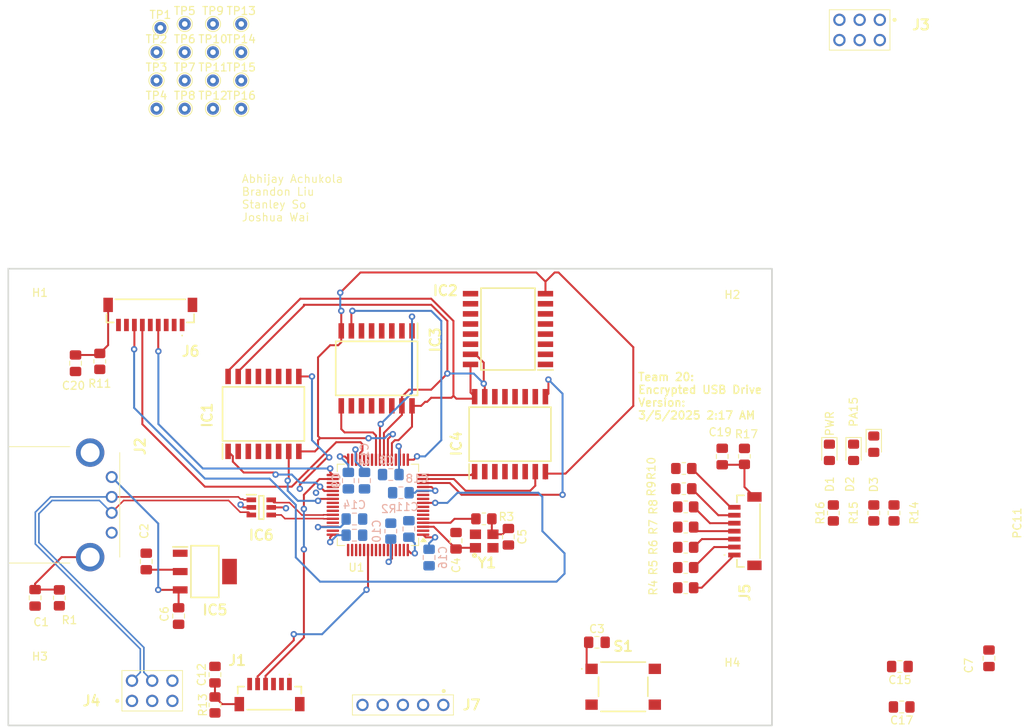
<source format=kicad_pcb>
(kicad_pcb (version 20240108) (generator "pcbnew") (generator_version "8.0")
  (layers (0 "F.Cu" signal) (31 "B.Cu" signal) (34 "B.Paste" user) (35 "F.Paste" user) (36 "B.SilkS" user "B.Silkscreen") (37 "F.SilkS" user "F.Silkscreen") (38 "B.Mask" user) (39 "F.Mask" user) (44 "Edge.Cuts" user))
  (net 0 "")
  (net 1 "GND")
  (net 2 "nRST")
  (net 3 "PC6{slash}HOLD1")
  (net 4 "PC2{slash}WP1")
  (net 5 "PA6{slash}MISO")
  (net 6 "PB5{slash}KeyR4")
  (net 7 "PB6{slash}KeyC1")
  (net 8 "PC3{slash}WP2")
  (net 11 "Net-(C12-Pad1)")
  (net 13 "PB7{slash}KeyC2")
  (net 15 "PC7{slash}HOLD2")
  (net 16 "PB8{slash}KeyC3")
  (net 19 "PC4{slash}WP3")
  (net 23 "PA7{slash}MOSI")
  (net 24 "PC9{slash}HOLD3")
  (net 25 "PA5{slash}SCK")
  (net 26 "PC5{slash}WP4")
  (net 28 "PC10{slash}HOLD4")
  (net 29 "+5V")
  (net 30 "PA2{slash}CS3")
  (net 31 "PA3{slash}CS4")
  (net 32 "PA1{slash}CS2")
  (net 33 "PA0{slash}CS1")
  (net 34 "PB0{slash}KeyR1")
  (net 35 "PB1{slash}KeyR2")
  (net 36 "PB2{slash}KeyR3")
  (net 37 "PA9{slash}Debug")
  (net 38 "PA13{slash}SWDIO")
  (net 39 "PA14{slash}SWCLK")
  (net 41 "PB10{slash}LCD SCK")
  (net 42 "PC1{slash}LCD MOSI")
  (net 43 "PB12{slash}LCD NSS")
  (net 44 "PC14{slash}OSC IN")
  (net 45 "PC15{slash}OSC OUT")
  (net 46 "Net-(C1-Pad1)")
  (net 80 "Net-(U1-BOOT0)")
  (net 81 "PB13{slash}FP TX")
  (net 82 "PD2{slash}FP RX")
  (net 84 "VBAT")
  (net 85 "Net-(Y1-XTAL_2)")
  (net 86 "VCAP1")
  (net 87 "VCAP2")
  (net 88 "Net-(D1-A)")
  (net 89 "Net-(D2-A)")
  (net 91 "Net-(D3-A)")
  (net 92 "PC11{slash}Debug")
  (net 94 "Net-(C19-Pad1)")
  (net 95 "PC0{slash}Touch Out")
  (net 96 "Net-(J5-Pad1)")
  (net 97 "Net-(J5-Pad3)")
  (net 98 "Net-(J5-Pad6)")
  (net 99 "Net-(J5-Pad7)")
  (net 100 "Net-(J5-Pad4)")
  (net 101 "Net-(J5-Pad5)")
  (net 102 "Net-(J5-Pad2)")
  (net 104 "Net-(C20-Pad1)")
  (net 107 "D+")
  (net 108 "D-")
  (net 110 "USB+")
  (net 111 "USB-")
  (net 112 "PC4{slash}HOLD3")
  (net 113 "PC5{slash}WP3")
  (net 114 "PC7{slash}WP1")
  (net 115 "PC2{slash}HOLD2")
  (net 116 "PC9{slash}CS1")
  (net 117 "PA0{slash}WP4")
  (net 118 "PA3{slash}CS3")
  (net 119 "PC10{slash}CS2")
  (net 120 "PA1{slash}CS4")
  (net 121 "PA2{slash}HOLD4")
  (footprint "TestPoint:TestPoint_THTPad_D1.5mm_Drill0.7mm" (layer "F.Cu") (at 166.63 46.24)
    (property "Reference" "TP9")
    (property "Value" "TestPoint")
  )
  (footprint "Resistor_SMD:R_0805_2012Metric_Pad1.20x1.40mm_HandSolder" (layer "F.Cu") (at 226.044 106.934)
    (property "Reference" "R8")
    (property "Value" "1k" (hide yes))
  )
  (footprint "MountingHole:MountingHole_3.2mm_M3_DIN965" (layer "F.Cu") (at 144.875 129.54)
    (property "Reference" "H3")
    (property "Value" "MountingHole" (hide yes))
  )
  (footprint "Capacitor_SMD:C_0805_2012Metric_Pad1.18x1.45mm_HandSolder" (layer "F.Cu") (at 214.884 123.952)
    (property "Reference" "C3")
    (property "Value" "0.1u" (hide yes))
  )
  (footprint "MountingHole:MountingHole_3.2mm_M3_DIN965" (layer "F.Cu") (at 231.902 130.302)
    (property "Reference" "H4")
    (property "Value" "MountingHole" (hide yes))
  )
  (footprint "Capacitor_SMD:C_0805_2012Metric_Pad1.18x1.45mm_HandSolder" (layer "F.Cu") (at 252.9625 127 180)
    (property "Reference" "C15")
    (property "Value" "1u" (hide yes))
  )
  (footprint "Capacitor_SMD:C_0805_2012Metric_Pad1.18x1.45mm_HandSolder" (layer "F.Cu") (at 166.878 128.016 90)
    (property "Reference" "C12")
    (property "Value" "2.2n" (hide yes))
  )
  (footprint "Resistor_SMD:R_0805_2012Metric_Pad1.20x1.40mm_HandSolder" (layer "F.Cu") (at 225.806 104.648 180)
    (property "Reference" "R9")
    (property "Value" "1k" (hide yes))
  )
  (footprint "Capacitor_SMD:C_0805_2012Metric_Pad1.18x1.45mm_HandSolder" (layer "F.Cu") (at 197.176 111.1885 90)
    (property "Reference" "C4")
    (property "Value" "10p" (hide yes))
  )
  (footprint "TestPoint:TestPoint_THTPad_D1.5mm_Drill0.7mm" (layer "F.Cu") (at 166.63 53.34)
    (property "Reference" "TP11")
    (property "Value" "TestPoint")
  )
  (footprint "CustomFootprints:custom1" (layer "F.Cu") (at 156.45 131.318)
    (property "Reference" "J4")
    (property "Value" "TSW-103-14-S-D" (hide yes))
  )
  (footprint "Resistor_SMD:R_0805_2012Metric_Pad1.20x1.40mm_HandSolder" (layer "F.Cu") (at 233.426 100.584 90)
    (property "Reference" "R17")
    (property "Value" "1M" (hide yes))
  )
  (footprint "Resistor_SMD:R_0805_2012Metric_Pad1.20x1.40mm_HandSolder" (layer "F.Cu") (at 244.602 107.696 90)
    (property "Reference" "R16")
    (property "Value" "220" (hide yes))
  )
  (footprint "CustomFootprints:SOIC127P1032X264-16N" (layer "F.Cu") (at 203.962 97.79 90)
    (property "Reference" "IC4")
    (property "Value" "W25N01GVSFIG" (hide yes))
  )
  (footprint "CustomFootprints:custom1" (layer "F.Cu") (at 250.444 45.72 180)
    (property "Reference" "J3")
    (property "Value" "TSW-103-14-S-D" (hide yes))
  )
  (footprint "CustomFootprints:63643722" (layer "F.Cu") (at 153.9 103.18 -90)
    (property "Reference" "J2")
    (property "Value" "6364372-2" (hide yes))
  )
  (footprint "Resistor_SMD:R_0805_2012Metric_Pad1.20x1.40mm_HandSolder" (layer "F.Cu") (at 226.044 114.554 180)
    (property "Reference" "R5")
    (property "Value" "1k" (hide yes))
  )
  (footprint "LED_SMD:LED_0805_2012Metric_Pad1.15x1.40mm_HandSolder" (layer "F.Cu") (at 244.102 100.076 -90)
    (property "Reference" "D1")
    (property "Value" "LED" (hide yes))
  )
  (footprint "CustomFootprints:TSW-105-XX-YY-S" (layer "F.Cu") (at 195.58 131.826 180)
    (property "Reference" "J7")
    (property "Value" "TSW-105-05-F-S" (hide yes))
  )
  (footprint "TestPoint:TestPoint_THTPad_D1.5mm_Drill0.7mm" (layer "F.Cu") (at 170.18 53.34)
    (property "Reference" "TP15")
    (property "Value" "TestPoint")
  )
  (footprint "TestPoint:TestPoint_THTPad_D1.5mm_Drill0.7mm" (layer "F.Cu") (at 170.18 56.89)
    (property "Reference" "TP16")
    (property "Value" "TestPoint")
  )
  (footprint "TestPoint:TestPoint_THTPad_D1.5mm_Drill0.7mm" (layer "F.Cu") (at 159.53 49.79)
    (property "Reference" "TP2")
    (property "Value" "TestPoint")
  )
  (footprint "TestPoint:TestPoint_THTPad_D1.5mm_Drill0.7mm" (layer "F.Cu") (at 163.08 46.24)
    (property "Reference" "TP5")
    (property "Value" "TestPoint")
  )
  (footprint "CustomFootprints:SOIC127P1032X264-16N" (layer "F.Cu") (at 203.708 84.582 180)
    (property "Reference" "IC2")
    (property "Value" "W25N01GVSFIG" (hide yes))
  )
  (footprint "CustomFootprints:BM06BSRSSTBTLFSN" (layer "F.Cu") (at 173.736 130.81 180)
    (property "Reference" "J1")
    (property "Value" "BM06B-SRSS-TBT_LF__SN_" (hide yes))
  )
  (footprint "Resistor_SMD:R_0805_2012Metric_Pad1.20x1.40mm_HandSolder" (layer "F.Cu") (at 226.044 112.014 180)
    (property "Reference" "R6")
    (property "Value" "1k" (hide yes))
  )
  (footprint "CustomFootprints:SOT230P700X180-4N" (layer "F.Cu") (at 165.608 115.062)
    (property "Reference" "IC5")
    (property "Value" "AZ1117IH-3.3TRG1" (hide yes))
  )
  (footprint "CustomFootprints:SOIC127P1032X264-16N" (layer "F.Cu") (at 187.198 89.524 -90)
    (property "Reference" "IC3")
    (property "Value" "W25N01GVSFIG" (hide yes))
  )
  (footprint "Capacitor_SMD:C_0805_2012Metric_Pad1.18x1.45mm_HandSolder" (layer "F.Cu") (at 230.632 100.602 90)
    (property "Reference" "C19")
    (property "Value" "2.2n" (hide yes))
  )
  (footprint "Resistor_SMD:R_0805_2012Metric_Pad1.20x1.40mm_HandSolder" (layer "F.Cu") (at 166.878 131.826 -90)
    (property "Reference" "R13")
    (property "Value" "1M" (hide yes))
  )
  (footprint "Capacitor_SMD:C_0805_2012Metric_Pad1.18x1.45mm_HandSolder" (layer "F.Cu") (at 253.1875 132.08 180)
    (property "Reference" "C17")
    (property "Value" "1u" (hide yes))
  )
  (footprint "Package_QFP:LQFP-64_10x10mm_P0.5mm" (layer "F.Cu") (at 187.365 106.68 180)
    (property "Reference" "U1")
    (property "Value" "STM32H7A3RGTx" (hide yes))
  )
  (footprint "Capacitor_SMD:C_0805_2012Metric_Pad1.18x1.45mm_HandSolder" (layer "F.Cu") (at 162.306 120.65 -90)
    (property "Reference" "C6")
    (property "Value" "10u" (hide yes))
  )
  (footprint "LED_SMD:LED_0805_2012Metric_Pad1.15x1.40mm_HandSolder" (layer "F.Cu") (at 249.682 99.051 -90)
    (property "Reference" "D3")
    (property "Value" "LED" (hide yes))
  )
  (footprint "Resistor_SMD:R_0805_2012Metric_Pad1.20x1.40mm_HandSolder" (layer "F.Cu") (at 249.682 107.696 90)
    (property "Reference" "R15")
    (property "Value" "220" (hide yes))
  )
  (footprint "TestPoint:TestPoint_THTPad_D1.5mm_Drill0.7mm" (layer "F.Cu") (at 160.02 46.73)
    (property "Reference" "TP1")
    (property "Value" "TestPoint")
  )
  (footprint "TestPoint:TestPoint_THTPad_D1.5mm_Drill0.7mm" (layer "F.Cu") (at 170.18 49.79)
    (property "Reference" "TP14")
    (property "Value" "TestPoint")
  )
  (footprint "Resistor_SMD:R_0805_2012Metric_Pad1.20x1.40mm_HandSolder" (layer "F.Cu") (at 152.4 88.646 -90)
    (property "Reference" "R11")
    (property "Value" "1M" (hide yes))
  )
  (footprint "CustomFootprints:ABM8G" (layer "F.Cu") (at 200.716 111.226)
    (property "Reference" "Y1")
    (property "Value" "ABM8G-48.000MHZ-18-D2Y-T" (hide yes))
  )
  (footprint "Capacitor_SMD:C_0805_2012Metric_Pad1.18x1.45mm_HandSolder" (layer "F.Cu") (at 203.756 110.686 -90)
    (property "Reference" "C5")
    (property "Value" "10p" (hide yes))
  )
  (footprint "CustomFootprints:SOT95P280X145-6N" (layer "F.Cu") (at 172.7 107)
    (property "Reference" "IC6")
    (property "Value" "USBLC6-2SC6" (hide yes))
  )
  (footprint "Capacitor_SMD:C_0805_2012Metric_Pad1.18x1.45mm_HandSolder" (layer "F.Cu") (at 264.16 125.9625 -90)
    (property "Reference" "C7")
    (property "Value" "4.7u" (hide yes))
  )
  (footprint "Capacitor_SMD:C_0805_2012Metric_Pad1.18x1.45mm_HandSolder" (layer "F.Cu") (at 144.272 118.364 -90)
    (property "Reference" "C1")
    (property "Value" "2.2n" (hide yes))
  )
  (footprint "Resistor_SMD:R_0805_2012Metric_Pad1.20x1.40mm_HandSolder" (layer "F.Cu") (at 226.044 109.474)
    (property "Reference" "R7")
    (property "Value" "1k" (hide yes))
  )
  (footprint "TestPoint:TestPoint_THTPad_D1.5mm_Drill0.7mm" (layer "F.Cu") (at 170.18 46.24)
    (property "Reference" "TP13")
    (property "Value" "TestPoint")
  )
  (footprint "CustomFootprints:BM07BSRSSTBLFSN" (layer "F.Cu") (at 233.934 109.982 90)
    (property "Reference" "J5")
    (property "Value" "BM07B-SRSS-TB_LF__SN_" (hide yes))
  )
  (footprint "TestPoint:TestPoint_THTPad_D1.5mm_Drill0.7mm" (layer "F.Cu") (at 163.08 53.34)
    (property "Reference" "TP7")
    (property "Value" "TestPoint")
  )
  (footprint "LED_SMD:LED_0805_2012Metric_Pad1.15x1.40mm_HandSolder" (layer "F.Cu") (at 247.142 100.076 -90)
    (property "Reference" "D2")
    (property "Value" "LED" (hide yes))
  )
  (footprint "TestPoint:TestPoint_THTPad_D1.5mm_Drill0.7mm" (layer "F.Cu") (at 163.08 49.79)
    (property "Reference" "TP6")
    (property "Value" "TestPoint")
  )
  (footprint "Capacitor_SMD:C_0805_2012Metric_Pad1.18x1.45mm_HandSolder" (layer "F.Cu") (at 158.242 113.792 90)
    (property "Reference" "C2")
    (property "Value" "22u" (hide yes))
  )
  (footprint "CustomFootprints:SOIC127P1032X264-16N" (layer "F.Cu") (at 172.974 95.25 90)
    (property "Reference" "IC1")
    (property "Value" "W25N01GVSFIG" (hide yes))
  )
  (footprint "Resistor_SMD:R_0805_2012Metric_Pad1.20x1.40mm_HandSolder" (layer "F.Cu") (at 226.044 117.094 180)
    (property "Reference" "R4")
    (property "Value" "1k" (hide yes))
  )
  (footprint "Resistor_SMD:R_0805_2012Metric_Pad1.20x1.40mm_HandSolder" (layer "F.Cu") (at 147.32 118.364 -90)
    (property "Reference" "R1")
    (property "Value" "1M" (hide yes))
  )
  (footprint "TestPoint:TestPoint_THTPad_D1.5mm_Drill0.7mm" (layer "F.Cu") (at 163.08 56.89)
    (property "Reference" "TP8")
    (property "Value" "TestPoint")
  )
  (footprint "Capacitor_SMD:C_0805_2012Metric_Pad1.18x1.45mm_HandSolder" (layer "F.Cu") (at 149.352 88.8785 -90)
    (property "Reference" "C20")
    (property "Value" "2.2n" (hide yes))
  )
  (footprint "Resistor_SMD:R_0805_2012Metric_Pad1.20x1.40mm_HandSolder" (layer "F.Cu") (at 200.676 108.436 180)
    (property "Reference" "R3")
    (property "Value" "330" (hide yes))
  )
  (footprint "MountingHole:MountingHole_3.2mm_M3_DIN965" (layer "F.Cu") (at 231.902 84.074)
    (property "Reference" "H2")
    (property "Value" "MountingHole" (hide yes))
  )
  (footprint "TestPoint:TestPoint_THTPad_D1.5mm_Drill0.7mm" (layer "F.Cu") (at 159.53 56.89)
    (property "Reference" "TP4")
    (property "Value" "TestPoint")
  )
  (footprint "Resistor_SMD:R_0805_2012Metric_Pad1.20x1.40mm_HandSolder" (layer "F.Cu") (at 225.806 102.108)
    (property "Reference" "R10")
    (property "Value" "1k" (hide yes))
  )
  (footprint "MountingHole:MountingHole_3.2mm_M3_DIN965" (layer "F.Cu") (at 144.875 83.82)
    (property "Reference" "H1")
    (property "Value" "MountingHole" (hide yes))
  )
  (footprint "CustomFootprints:custom" (layer "F.Cu") (at 218.186 129.54)
    (property "Reference" "S1")
    (property "Value" "222AMVBAR" (hide yes))
  )
  (footprint "CustomFootprints:BM09BSRSSTBLFSN" (layer "F.Cu") (at 158.75 82.296 180)
    (property "Reference" "J6")
    (property "Value" "BM09B-SRSS-TB_LF__SN_" (hide yes))
  )
  (footprint "TestPoint:TestPoint_THTPad_D1.5mm_Drill0.7mm" (layer "F.Cu") (at 166.63 49.79)
    (property "Reference" "TP10")
    (property "Value" "TestPoint")
  )
  (footprint "TestPoint:TestPoint_THTPad_D1.5mm_Drill0.7mm" (layer "F.Cu") (at 166.63 56.89)
    (property "Reference" "TP12")
    (property "Value" "TestPoint")
  )
  (footprint "TestPoint:TestPoint_THTPad_D1.5mm_Drill0.7mm" (layer "F.Cu") (at 159.53 53.34)
    (property "Reference" "TP3")
    (property "Value" "TestPoint")
  )
  (footprint "Resistor_SMD:R_0805_2012Metric_Pad1.20x1.40mm_HandSolder" (layer "F.Cu") (at 252.222 107.696 90)
    (property "Reference" "R14")
    (property "Value" "220" (hide yes))
  )
  (footprint "Capacitor_SMD:C_0805_2012Metric_Pad1.18x1.45mm_HandSolder" (layer "B.Cu") (at 188.976 102.87 180)
    (property "Reference" "C8")
    (property "Value" "100n" (hide yes))
  )
  (footprint "Capacitor_SMD:C_0805_2012Metric_Pad1.18x1.45mm_HandSolder" (layer "B.Cu") (at 190.246 105.156 180)
    (property "Reference" "C18")
    (property "Value" "100n" (hide yes))
  )
  (footprint "Capacitor_SMD:C_0805_2012Metric_Pad1.18x1.45mm_HandSolder" (layer "B.Cu") (at 193.79 113.2975 -90)
    (property "Reference" "C16")
    (property "Value" "100n" (hide yes))
  )
  (footprint "Capacitor_SMD:C_0805_2012Metric_Pad1.18x1.45mm_HandSolder" (layer "B.Cu") (at 184.404 110.49)
    (property "Reference" "C10")
    (property "Value" "100n" (hide yes))
  )
  (footprint "Capacitor_SMD:C_0805_2012Metric_Pad1.18x1.45mm_HandSolder" (layer "B.Cu") (at 184.404 108.458)
    (property "Reference" "C14")
    (property "Value" "100n" (hide yes))
  )
  (footprint "Capacitor_SMD:C_0805_2012Metric_Pad1.18x1.45mm_HandSolder" (layer "B.Cu") (at 191.2475 109.7065 90)
    (property "Reference" "C11")
    (property "Value" "100n" (hide yes))
  )
  (footprint "Capacitor_SMD:C_0805_2012Metric_Pad1.18x1.45mm_HandSolder" (layer "B.Cu") (at 183.642 103.632 -90)
    (property "Reference" "C9")
    (property "Value" "100n" (hide yes))
  )
  (footprint "Resistor_SMD:R_0805_2012Metric_Pad1.20x1.40mm_HandSolder" (layer "B.Cu") (at 188.976 109.982 90)
    (property "Reference" "R2")
    (property "Value" "10k" (hide yes))
  )
  (footprint "Capacitor_SMD:C_0805_2012Metric_Pad1.18x1.45mm_HandSolder" (layer "B.Cu") (at 185.674 103.632 -90)
    (property "Reference" "C13")
    (property "Value" "100n" (hide yes))
  )
  (gr_rect (start 140.905 76.994) (end 236.885 134.4) (stroke (width 0.2)) (fill none) (layer "Edge.Cuts"))
  (gr_text "PWR\n" (at 244.147 96.466 90) (layer "F.SilkS") (effects (font (size 1 1))))
  (gr_text "PA15\n" (at 247.142 94.996 90) (layer "F.SilkS") (effects (font (size 1 1))))
  (gr_text "Team 20: \nEncrypted USB Drive\nVersion: \n3/5/2025 2:17 AM\n" (at 219.964 96.012 0) (layer "F.SilkS") (effects (font (size 1 1) (thickness 0.1875)) (justify left bottom)))
  (gr_text "PC11\n" (at 267.716 108.966 90) (layer "F.SilkS") (effects (font (size 1 1))))
  (gr_text "\nAbhijay Achukola\nBrandon Liu\nStanley So \nJoshua Wai" (at 170.18 71.12 0) (layer "F.SilkS") (effects (font (size 1 1) (thickness 0.125)) (justify left bottom)))
  (segment (start 170.45 107) (end 170.1 106.65) (width 0.25) (layer "F.Cu") (net 1))
  (segment (start 171.45 107) (end 170.45 107) (width 0.25) (layer "F.Cu") (net 1))
  (via (at 170.1 106.65) (size 0.8) (drill 0.4) (layers "F.Cu" "B.Cu") (net 1))
  (segment (start 213.5925 123.698) (end 213.5925 126.6715) (width 0.25) (layer "F.Cu") (net 2))
  (segment (start 180.622 104.93) (end 181.69 104.93) (width 0.25) (layer "F.Cu") (net 3))
  (segment (start 169.124 100.555) (end 169.124 101.25) (width 0.25) (layer "F.Cu") (net 3))
  (segment (start 174.244 102.616) (end 174.498 102.87) (width 0.25) (layer "F.Cu") (net 3))
  (segment (start 168.529 99.96) (end 169.124 100.555) (width 0.25) (layer "F.Cu") (net 3))
  (segment (start 169.124 101.25) (end 170.49 102.616) (width 0.25) (layer "F.Cu") (net 3))
  (segment (start 170.49 102.616) (end 174.244 102.616) (width 0.25) (layer "F.Cu") (net 3))
  (segment (start 180.086 104.394) (end 180.622 104.93) (width 0.25) (layer "F.Cu") (net 3))
  (via (at 174.498 102.87) (size 0.8) (drill 0.4) (layers "F.Cu" "B.Cu") (net 3))
  (via (at 180.086 104.394) (size 0.8) (drill 0.4) (layers "F.Cu" "B.Cu") (net 3))
  (segment (start 179.578 103.886) (end 177.546 103.886) (width 0.25) (layer "B.Cu") (net 3))
  (segment (start 176.53 102.87) (end 174.498 102.87) (width 0.25) (layer "B.Cu") (net 3))
  (segment (start 180.086 104.394) (end 179.578 103.886) (width 0.25) (layer "B.Cu") (net 3))
  (segment (start 177.546 103.886) (end 176.53 102.87) (width 0.25) (layer "B.Cu") (net 3))
  (segment (start 219.456 86.868) (end 210.058 77.47) (width 0.25) (layer "F.Cu") (net 5))
  (segment (start 209.572 77.47) (end 208.418 78.624) (width 0.25) (layer "F.Cu") (net 5))
  (segment (start 208.407 103.369) (end 208.407 102.754) (width 0.25) (layer "F.Cu") (net 5))
  (segment (start 185.166 77.47) (end 182.626 80.01) (width 0.25) (layer "F.Cu") (net 5))
  (segment (start 179.832 99.568) (end 179.832 98.552) (width 0.25) (layer "F.Cu") (net 5))
  (segment (start 219.456 94.234) (end 219.456 86.868) (width 0.25) (layer "F.Cu") (net 5))
  (segment (start 182.753 86.233) (end 182.372 86.614) (width 0.25) (layer "F.Cu") (net 5))
  (segment (start 210.936 102.754) (end 219.456 94.234) (width 0.25) (layer "F.Cu") (net 5))
  (segment (start 208.418 78.624) (end 207.264 77.47) (width 0.25) (layer "F.Cu") (net 5))
  (segment (start 210.058 77.47) (end 209.572 77.47) (width 0.25) (layer "F.Cu") (net 5))
  (segment (start 180.086 98.298) (end 186.182 98.298) (width 0.25) (layer "F.Cu") (net 5))
  (segment (start 182.753 85.527) (end 182.753 86.233) (width 0.25) (layer "F.Cu") (net 5))
  (segment (start 177.419 99.96) (end 179.44 99.96) (width 0.25) (layer "F.Cu") (net 5))
  (segment (start 182.753 84.814) (end 182.753 82.296) (width 0.25) (layer "F.Cu") (net 5))
  (segment (start 181.356 86.614) (end 179.832 88.138) (width 0.25) (layer "F.Cu") (net 5))
  (segment (start 207.264 77.47) (end 186.182 77.47) (width 0.25) (layer "F.Cu") (net 5))
  (segment (start 208.418 80.137) (end 208.418 78.624) (width 0.25) (layer "F.Cu") (net 5))
  (segment (start 179.832 98.044) (end 180.086 98.298) (width 0.25) (layer "F.Cu") (net 5))
  (segment (start 179.832 98.552) (end 180.086 98.298) (width 0.25) (layer "F.Cu") (net 5))
  (segment (start 208.407 102.754) (end 210.936 102.754) (width 0.25) (layer "F.Cu") (net 5))
  (segment (start 186.182 77.47) (end 185.166 77.47) (width 0.25) (layer "F.Cu") (net 5))
  (segment (start 179.832 88.138) (end 179.832 98.044) (width 0.25) (layer "F.Cu") (net 5))
  (segment (start 182.764 79.872) (end 182.626 80.01) (width 0.25) (layer "F.Cu") (net 5))
  (segment (start 189.23 97.79) (end 188.615 98.405) (width 0.25) (layer "F.Cu") (net 5))
  (segment (start 179.44 99.96) (end 179.832 99.568) (width 0.25) (layer "F.Cu") (net 5))
  (segment (start 182.372 86.614) (end 181.356 86.614) (width 0.25) (layer "F.Cu") (net 5))
  (segment (start 188.615 98.405) (end 188.615 101.005) (width 0.25) (layer "F.Cu") (net 5))
  (via (at 182.753 82.296) (size 0.8) (drill 0.4) (layers "F.Cu" "B.Cu") (net 5))
  (via (at 182.626 80.01) (size 0.8) (drill 0.4) (layers "F.Cu" "B.Cu") (net 5))
  (via (at 186.182 98.298) (size 0.8) (drill 0.4) (layers "F.Cu" "B.Cu") (net 5))
  (via (at 189.23 97.79) (size 0.8) (drill 0.4) (layers "F.Cu" "B.Cu") (net 5))
  (segment (start 188.214 98.298) (end 186.182 98.298) (width 0.25) (layer "B.Cu") (net 5))
  (segment (start 182.626 80.01) (end 182.626 82.169) (width 0.25) (layer "B.Cu") (net 5))
  (segment (start 182.626 82.169) (end 182.753 82.296) (width 0.25) (layer "B.Cu") (net 5))
  (segment (start 188.722 97.79) (end 188.214 98.298) (width 0.25) (layer "B.Cu") (net 5))
  (segment (start 189.23 97.79) (end 188.722 97.79) (width 0.25) (layer "B.Cu") (net 5))
  (segment (start 167.774 131.722) (end 166.878 130.826) (width 0.25) (layer "F.Cu") (net 11))
  (segment (start 166.878 130.826) (end 166.878 129.0535) (width 0.25) (layer "F.Cu") (net 11))
  (segment (start 169.936 131.722) (end 167.774 131.722) (width 0.25) (layer "F.Cu") (net 11))
  (segment (start 200.787 91.567) (end 200.66 91.44) (width 0.25) (layer "F.Cu") (net 23))
  (segment (start 200.787 93.334) (end 200.787 91.567) (width 0.25) (layer "F.Cu") (net 23))
  (segment (start 190.373 93.091) (end 190.373 94.234) (width 0.25) (layer "F.Cu") (net 23))
  (segment (start 199.613 87.757) (end 200.66 88.804) (width 0.25) (layer "F.Cu") (net 23))
  (segment (start 190.373 95.377) (end 188.115 97.635) (width 0.25) (layer "F.Cu") (net 23))
  (segment (start 196.088 83.566) (end 196.088 90.17) (width 0.25) (layer "F.Cu") (net 23))
  (segment (start 194.056 92.202) (end 191.262 92.202) (width 0.25) (layer "F.Cu") (net 23))
  (segment (start 198.998 87.757) (end 199.613 87.757) (width 0.25) (layer "F.Cu") (net 23))
  (segment (start 169.799 90.54) (end 169.799 89.925) (width 0.25) (layer "F.Cu") (net 23))
  (segment (start 169.799 89.925) (end 178.054 81.67) (width 0.25) (layer "F.Cu") (net 23))
  (segment (start 178.054 81.67) (end 178.054 81.534) (width 0.25) (layer "F.Cu") (net 23))
  (segment (start 194.056 81.534) (end 196.088 83.566) (width 0.25) (layer "F.Cu") (net 23))
  (segment (start 191.262 92.202) (end 190.373 93.091) (width 0.25) (layer "F.Cu") (net 23))
  (segment (start 190.373 94.234) (end 190.373 95.377) (width 0.25) (layer "F.Cu") (net 23))
  (segment (start 178.054 81.534) (end 194.056 81.534) (width 0.25) (layer "F.Cu") (net 23))
  (segment (start 196.088 90.17) (end 194.056 92.202) (width 0.25) (layer "F.Cu") (net 23))
  (segment (start 188.115 97.635) (end 188.115 101.005) (width 0.25) (layer "F.Cu") (net 23))
  (segment (start 200.66 88.804) (end 200.66 91.44) (width 0.25) (layer "F.Cu") (net 23))
  (via (at 196.088 90.17) (size 0.8) (drill 0.4) (layers "F.Cu" "B.Cu") (net 23))
  (via (at 200.66 91.44) (size 0.8) (drill 0.4) (layers "F.Cu" "B.Cu") (net 23))
  (segment (start 196.088 90.17) (end 199.39 90.17) (width 0.25) (layer "B.Cu") (net 23))
  (segment (start 199.39 90.17) (end 200.66 91.44) (width 0.25) (layer "B.Cu") (net 23))
  (segment (start 196.85 92.964) (end 196.596 93.218) (width 0.25) (layer "F.Cu") (net 25))
  (segment (start 197.22 93.334) (end 196.85 92.964) (width 0.25) (layer "F.Cu") (net 25))
  (segment (start 199.517 93.334) (end 197.22 93.334) (width 0.25) (layer "F.Cu") (net 25))
  (segment (start 191.643 94.234) (end 191.643 96.857) (width 0.25) (layer "F.Cu") (net 25))
  (segment (start 196.596 93.218) (end 194.056 93.218) (width 0.25) (layer "F.Cu") (net 25))
  (segment (start 198.998 89.027) (end 198.998 92.561) (width 0.25) (layer "F.Cu") (net 25))
  (segment (start 191.643 96.857) (end 189.948 98.552) (width 0.25) (layer "F.Cu") (net 25))
  (segment (start 168.529 90.54) (end 168.529 89.845) (width 0.25) (layer "F.Cu") (net 25))
  (segment (start 189.115 98.921) (end 189.115 101.005) (width 0.25) (layer "F.Cu") (net 25))
  (segment (start 168.529 89.845) (end 177.602 80.772) (width 0.25) (layer "F.Cu") (net 25))
  (segment (start 189.484 98.552) (end 189.115 98.921) (width 0.25) (layer "F.Cu") (net 25))
  (segment (start 189.948 98.552) (end 189.484 98.552) (width 0.25) (layer "F.Cu") (net 25))
  (segment (start 193.294 93.726) (end 192.786 94.234) (width 0.25) (layer "F.Cu") (net 25))
  (segment (start 194.056 80.772) (end 196.85 83.566) (width 0.25) (layer "F.Cu") (net 25))
  (segment (start 194.056 93.218) (end 193.548 93.726) (width 0.25) (layer "F.Cu") (net 25))
  (segment (start 193.548 93.726) (end 193.294 93.726) (width 0.25) (layer "F.Cu") (net 25))
  (segment (start 177.602 80.772) (end 194.056 80.772) (width 0.25) (layer "F.Cu") (net 25))
  (segment (start 196.85 83.566) (end 196.85 92.964) (width 0.25) (layer "F.Cu") (net 25))
  (segment (start 192.786 94.234) (end 191.643 94.234) (width 0.25) (layer "F.Cu") (net 25))
  (segment (start 198.998 92.561) (end 199.517 93.08) (width 0.25) (layer "F.Cu") (net 25))
  (segment (start 159.746 117.362) (end 162.508 117.362) (width 0.25) (layer "F.Cu") (net 29))
  (segment (start 175.7 107) (end 175.8 107.1) (width 0.25) (layer "F.Cu") (net 29))
  (segment (start 162.306 117.564) (end 162.508 117.362) (width 0.25) (layer "F.Cu") (net 29))
  (segment (start 173.95 107) (end 175.7 107) (width 0.25) (layer "F.Cu") (net 29))
  (segment (start 162.306 119.6125) (end 162.306 117.564) (width 0.25) (layer "F.Cu") (net 29))
  (via (at 159.746 117.362) (size 0.8) (drill 0.4) (layers "F.Cu" "B.Cu") (net 29))
  (via (at 175.8 107.1) (size 0.8) (drill 0.4) (layers "F.Cu" "B.Cu") (net 29))
  (segment (start 159.746 109.026) (end 159.746 117.362) (width 0.25) (layer "B.Cu") (net 29))
  (segment (start 153.9 103.18) (end 159.746 109.026) (width 0.25) (layer "B.Cu") (net 29))
  (segment (start 185.42 99.857236) (end 185.42 99.06) (width 0.25) (layer "F.Cu") (net 41))
  (segment (start 157.75 96.536) (end 157.75 84.071) (width 0.25) (layer "F.Cu") (net 41))
  (segment (start 185.115 101.005) (end 185.115 100.162236) (width 0.25) (layer "F.Cu") (net 41))
  (segment (start 176.53 104.394) (end 165.608 104.394) (width 0.25) (layer "F.Cu") (net 41))
  (segment (start 182.118 98.806) (end 176.53 104.394) (width 0.25) (layer "F.Cu") (net 41))
  (segment (start 165.608 104.394) (end 157.75 96.536) (width 0.25) (layer "F.Cu") (net 41))
  (segment (start 185.166 98.806) (end 182.118 98.806) (width 0.25) (layer "F.Cu") (net 41))
  (segment (start 185.42 99.06) (end 185.166 98.806) (width 0.25) (layer "F.Cu") (net 41))
  (segment (start 185.115 100.162236) (end 185.42 99.857236) (width 0.25) (layer "F.Cu") (net 41))
  (segment (start 156.75 84.071) (end 156.75 87.09) (width 0.25) (layer "F.Cu") (net 42))
  (segment (start 156.75 87.09) (end 156.718 87.122) (width 0.25) (layer "F.Cu") (net 42))
  (segment (start 193.04 106.43) (end 194.56 106.43) (width 0.25) (layer "F.Cu") (net 42))
  (via (at 194.56 106.43) (size 0.8) (drill 0.4) (layers "F.Cu" "B.Cu") (net 42))
  (via (at 156.718 87.122) (size 0.8) (drill 0.4) (layers "F.Cu" "B.Cu") (net 42))
  (segment (start 196.084 106.43) (end 197.358 105.156) (width 0.25) (layer "B.Cu") (net 42))
  (segment (start 177.038 113.284) (end 177.038 106.68) (width 0.25) (layer "B.Cu") (net 42))
  (segment (start 177.038 106.68) (end 173.736 103.378) (width 0.25) (layer "B.Cu") (net 42))
  (segment (start 209.804 116.332) (end 180.086 116.332) (width 0.25) (layer "B.Cu") (net 42))
  (segment (start 208.026 109.982) (end 210.82 112.776) (width 0.25) (layer "B.Cu") (net 42))
  (segment (start 173.736 103.378) (end 165.608 103.378) (width 0.25) (layer "B.Cu") (net 42))
  (segment (start 156.718 94.488) (end 156.718 87.122) (width 0.25) (layer "B.Cu") (net 42))
  (segment (start 207.518 105.156) (end 208.026 105.664) (width 0.25) (layer "B.Cu") (net 42))
  (segment (start 210.82 112.776) (end 210.82 115.316) (width 0.25) (layer "B.Cu") (net 42))
  (segment (start 208.026 105.664) (end 208.026 109.982) (width 0.25) (layer "B.Cu") (net 42))
  (segment (start 165.608 103.378) (end 156.718 94.488) (width 0.25) (layer "B.Cu") (net 42))
  (segment (start 180.086 116.332) (end 177.038 113.284) (width 0.25) (layer "B.Cu") (net 42))
  (segment (start 210.82 115.316) (end 209.804 116.332) (width 0.25) (layer "B.Cu") (net 42))
  (segment (start 197.358 105.156) (end 207.518 105.156) (width 0.25) (layer "B.Cu") (net 42))
  (segment (start 194.56 106.43) (end 196.084 106.43) (width 0.25) (layer "B.Cu") (net 42))
  (segment (start 181.69 102.93) (end 181.356 102.596) (width 0.25) (layer "F.Cu") (net 43))
  (segment (start 159.75 87.36) (end 159.766 87.376) (width 0.25) (layer "F.Cu") (net 43))
  (segment (start 181.356 102.596) (end 181.356 102.108) (width 0.25) (layer "F.Cu") (net 43))
  (segment (start 159.75 84.071) (end 159.75 87.36) (width 0.25) (layer "F.Cu") (net 43))
  (via (at 159.766 87.376) (size 0.8) (drill 0.4) (layers "F.Cu" "B.Cu") (net 43))
  (via (at 181.356 102.108) (size 0.8) (drill 0.4) (layers "F.Cu" "B.Cu") (net 43))
  (segment (start 165.354 102.108) (end 159.766 96.52) (width 0.25) (layer "B.Cu") (net 43))
  (segment (start 181.356 102.108) (end 165.354 102.108) (width 0.25) (layer "B.Cu") (net 43))
  (segment (start 159.766 96.52) (end 159.766 87.376) (width 0.25) (layer "B.Cu") (net 43))
  (segment (start 193.04 109.43) (end 194.38 109.43) (width 0.25) (layer "F.Cu") (net 44))
  (segment (start 194.38 109.43) (end 197.176 112.226) (width 0.25) (layer "F.Cu") (net 44))
  (segment (start 197.326 112.076) (end 197.176 112.226) (width 0.25) (layer "F.Cu") (net 44))
  (segment (start 199.616 112.076) (end 197.326 112.076) (width 0.25) (layer "F.Cu") (net 44))
  (segment (start 196.978764 108.436) (end 199.676 108.436) (width 0.25) (layer "F.Cu") (net 45))
  (segment (start 193.04 108.93) (end 196.484764 108.93) (width 0.25) (layer "F.Cu") (net 45))
  (segment (start 196.484764 108.93) (end 196.978764 108.436) (width 0.25) (layer "F.Cu") (net 45))
  (segment (start 147.2825 117.3265) (end 147.32 117.364) (width 0.25) (layer "F.Cu") (net 46))
  (segment (start 147.608 113.25) (end 151.19 113.25) (width 0.25) (layer "F.Cu") (net 46))
  (segment (start 144.272 117.3265) (end 147.2825 117.3265) (width 0.25) (layer "F.Cu") (net 46))
  (segment (start 144.272 117.3265) (end 144.272 116.586) (width 0.25) (layer "F.Cu") (net 46))
  (segment (start 147.32 117.12) (end 147.32 117.364) (width 0.25) (layer "F.Cu") (net 46))
  (segment (start 144.272 116.586) (end 147.608 113.25) (width 0.25) (layer "F.Cu") (net 46))
  (segment (start 188.71 113.84) (end 189.115 113.435) (width 0.25) (layer "F.Cu") (net 80))
  (segment (start 189.115 113.435) (end 189.115 112.355) (width 0.25) (layer "F.Cu") (net 80))
  (via (at 188.71 113.84) (size 0.8) (drill 0.4) (layers "F.Cu" "B.Cu") (net 80))
  (segment (start 188.71 113.84) (end 188.976 113.574) (width 0.25) (layer "B.Cu") (net 80))
  (segment (start 188.976 113.574) (end 188.976 110.982) (width 0.25) (layer "B.Cu") (net 80))
  (segment (start 173.236 129.198) (end 173.236 128.173) (width 0.25) (layer "F.Cu") (net 81))
  (segment (start 178.054 105.41) (end 178.054 107.188) (width 0.25) (layer "F.Cu") (net 81))
  (segment (start 181.69 103.43) (end 180.024695 103.43) (width 0.25) (layer "F.Cu") (net 81))
  (segment (start 178.816 104.648) (end 178.054 105.41) (width 0.25) (layer "F.Cu") (net 81))
  (segment (start 178.816 104.638695) (end 178.816 104.648) (width 0.25) (layer "F.Cu") (net 81))
  (segment (start 180.024695 103.43) (end 178.816 104.638695) (width 0.25) (layer "F.Cu") (net 81))
  (segment (start 178.054 123.355) (end 178.054 112.268) (width 0.25) (layer "F.Cu") (net 81))
  (segment (start 173.236 128.173) (end 178.054 123.355) (width 0.25) (layer "F.Cu") (net 81))
  (via (at 178.054 107.188) (size 0.8) (drill 0.4) (layers "F.Cu" "B.Cu") (net 81))
  (via (at 178.054 112.268) (size 0.8) (drill 0.4) (layers "F.Cu" "B.Cu") (net 81))
  (segment (start 178.054 107.188) (end 178.054 112.268) (width 0.25) (layer "B.Cu") (net 81))
  (segment (start 178.054 112.268) (end 178.054 112.522) (width 0.25) (layer "B.Cu") (net 81))
  (segment (start 176.784 123.698) (end 176.784 122.936) (width 0.25) (layer "F.Cu") (net 82))
  (segment (start 172.236 129.198) (end 172.236 128.246) (width 0.25) (layer "F.Cu") (net 82))
  (segment (start 172.236 128.246) (end 176.784 123.698) (width 0.25) (layer "F.Cu") (net 82))
  (segment (start 186.115 112.355) (end 186.115 117.161) (width 0.25) (layer "F.Cu") (net 82))
  (segment (start 186.115 117.161) (end 185.928 117.348) (width 0.25) (layer "F.Cu") (net 82))
  (via (at 176.784 122.936) (size 0.8) (drill 0.4) (layers "F.Cu" "B.Cu") (net 82))
  (via (at 185.928 117.348) (size 0.8) (drill 0.4) (layers "F.Cu" "B.Cu") (net 82))
  (segment (start 180.34 122.936) (end 185.928 117.348) (width 0.25) (layer "B.Cu") (net 82))
  (segment (start 176.784 122.936) (end 180.34 122.936) (width 0.25) (layer "B.Cu") (net 82))
  (segment (start 189.965 99.314) (end 190.115 99.464) (width 0.25) (layer "F.Cu") (net 84))
  (segment (start 181.356 111.356) (end 181.356 110.764) (width 0.25) (layer "F.Cu") (net 84))
  (segment (start 191.525 112.765) (end 191.115 112.355) (width 0.25) (layer "F.Cu") (net 84))
  (segment (start 194.54 110.76) (end 193.37 110.76) (width 0.25) (layer "F.Cu") (net 84))
  (segment (start 191.9975 112.765) (end 191.525 112.765) (width 0.25) (layer "F.Cu") (net 84))
  (segment (start 190.115 99.464) (end 190.115 101.005) (width 0.25) (layer "F.Cu") (net 84))
  (segment (start 183.2075 100.5975) (end 183.615 101.005) (width 0.25) (layer "F.Cu") (net 84))
  (segment (start 182.59 100.5975) (end 183.2075 100.5975) (width 0.25) (layer "F.Cu") (net 84))
  (segment (start 194.564 104.902) (end 194.092 104.43) (width 0.25) (layer "F.Cu") (net 84))
  (segment (start 194.092 104.43) (end 193.04 104.43) (width 0.25) (layer "F.Cu") (net 84))
  (segment (start 162.2755 114.8295) (end 162.508 115.062) (width 0.25) (layer "F.Cu") (net 84))
  (segment (start 158.242 114.8295) (end 162.2755 114.8295) (width 0.25) (layer "F.Cu") (net 84))
  (segment (start 193.37 110.76) (end 193.04 110.43) (width 0.25) (layer "F.Cu") (net 84))
  (segment (start 181.356 110.764) (end 181.69 110.43) (width 0.25) (layer "F.Cu") (net 84))
  (via (at 189.965 99.314) (size 0.8) (drill 0.4) (layers "F.Cu" "B.Cu") (net 84))
  (via (at 194.54 110.76) (size 0.8) (drill 0.4) (layers "F.Cu" "B.Cu") (net 84))
  (via (at 181.356 111.356) (size 0.8) (drill 0.4) (layers "F.Cu" "B.Cu") (net 84))
  (via (at 191.9975 112.765) (size 0.8) (drill 0.4) (layers "F.Cu" "B.Cu") (net 84))
  (via (at 182.59 100.5975) (size 0.8) (drill 0.4) (layers "F.Cu" "B.Cu") (net 84))
  (via (at 194.564 104.902) (size 0.8) (drill 0.4) (layers "F.Cu" "B.Cu") (net 84))
  (segment (start 181.34 111.372) (end 181.356 111.356) (width 0.25) (layer "B.Cu") (net 84))
  (segment (start 193.79 112.26) (end 193.79 111.51) (width 0.25) (layer "B.Cu") (net 84))
  (segment (start 193.79 111.51) (end 194.54 110.76) (width 0.25) (layer "B.Cu") (net 84))
  (segment (start 190.0135 102.87) (end 190.0135 99.3625) (width 0.25) (layer "B.Cu") (net 84))
  (segment (start 183.642 102.5945) (end 183.642 101.6495) (width 0.25) (layer "B.Cu") (net 84))
  (segment (start 181.356 111.356) (end 182.222 110.49) (width 0.25) (layer "B.Cu") (net 84))
  (segment (start 182.222 110.49) (end 183.3665 110.49) (width 0.25) (layer "B.Cu") (net 84))
  (segment (start 194.564 104.902) (end 192.278 104.902) (width 0.25) (layer "B.Cu") (net 84))
  (segment (start 192.024 105.156) (end 191.2835 105.156) (width 0.25) (layer "B.Cu") (net 84))
  (segment (start 191.9975 112.765) (end 191.9975 111.494) (width 0.25) (layer "B.Cu") (net 84))
  (segment (start 192.278 104.902) (end 192.024 105.156) (width 0.25) (layer "B.Cu") (net 84))
  (segment (start 191.9975 111.494) (end 191.2475 110.744) (width 0.25) (layer "B.Cu") (net 84))
  (segment (start 183.642 101.6495) (end 182.59 100.5975) (width 0.25) (layer "B.Cu") (net 84))
  (segment (start 190.0135 99.3625) (end 189.965 99.314) (width 0.25) (layer "B.Cu") (net 84))
  (segment (start 203.0285 110.376) (end 203.756 109.6485) (width 0.25) (layer "F.Cu") (net 85))
  (segment (start 201.676 110.236) (end 201.816 110.376) (width 0.25) (layer "F.Cu") (net 85))
  (segment (start 201.676 108.436) (end 201.676 110.236) (width 0.25) (layer "F.Cu") (net 85))
  (segment (start 201.816 110.376) (end 203.0285 110.376) (width 0.25) (layer "F.Cu") (net 85))
  (segment (start 184.615 99.803359) (end 184.615 101.005) (width 0.25) (layer "F.Cu") (net 86))
  (segment (start 184.536665 99.725024) (end 184.615 99.803359) (width 0.25) (layer "F.Cu") (net 86))
  (via (at 184.536665 99.725024) (size 0.8) (drill 0.4) (layers "F.Cu" "B.Cu") (net 86))
  (segment (start 184.536665 99.725024) (end 184.536665 101.224665) (width 0.25) (layer "B.Cu") (net 86))
  (segment (start 184.536665 101.224665) (end 185.6525 102.3405) (width 0.25) (layer "B.Cu") (net 86))
  (segment (start 185.6525 102.3405) (end 185.6525 102.87) (width 0.25) (layer "B.Cu") (net 86))
  (segment (start 179.832 109.474) (end 179.876 109.43) (width 0.25) (layer "F.Cu") (net 87))
  (segment (start 179.876 109.43) (end 181.69 109.43) (width 0.25) (layer "F.Cu") (net 87))
  (via (at 179.832 109.474) (size 0.8) (drill 0.4) (layers "F.Cu" "B.Cu") (net 87))
  (segment (start 183.3665 108.755) (end 182.6475 109.474) (width 0.25) (layer "B.Cu") (net 87))
  (segment (start 182.6475 109.474) (end 179.832 109.474) (width 0.25) (layer "B.Cu") (net 87))
  (segment (start 183.3665 108.458) (end 183.3665 108.755) (width 0.25) (layer "B.Cu") (net 87))
  (segment (start 230.632 101.6395) (end 233.3705 101.6395) (width 0.25) (layer "F.Cu") (net 94))
  (segment (start 233.426 104.423) (end 234.685 105.682) (width 0.25) (layer "F.Cu") (net 94))
  (segment (start 233.426 101.584) (end 233.426 104.423) (width 0.25) (layer "F.Cu") (net 94))
  (segment (start 233.3705 101.6395) (end 233.426 101.584) (width 0.25) (layer "F.Cu") (net 94))
  (segment (start 232.16 112.982) (end 228.048 117.094) (width 0.25) (layer "F.Cu") (net 96))
  (segment (start 228.048 117.094) (end 227.044 117.094) (width 0.25) (layer "F.Cu") (net 96))
  (segment (start 228.076 110.982) (end 227.044 112.014) (width 0.25) (layer "F.Cu") (net 97))
  (segment (start 232.16 110.982) (end 228.076 110.982) (width 0.25) (layer "F.Cu") (net 97))
  (segment (start 230.14 107.982) (end 232.16 107.982) (width 0.25) (layer "F.Cu") (net 98))
  (segment (start 226.806 104.648) (end 230.14 107.982) (width 0.25) (layer "F.Cu") (net 98))
  (segment (start 232.16 106.982) (end 231.68 106.982) (width 0.25) (layer "F.Cu") (net 99))
  (segment (start 231.68 106.982) (end 226.806 102.108) (width 0.25) (layer "F.Cu") (net 99))
  (segment (start 227.552 109.982) (end 227.044 109.474) (width 0.25) (layer "F.Cu") (net 100))
  (segment (start 232.16 109.982) (end 227.552 109.982) (width 0.25) (layer "F.Cu") (net 100))
  (segment (start 232.16 108.982) (end 229.092 108.982) (width 0.25) (layer "F.Cu") (net 101))
  (segment (start 229.092 108.982) (end 227.044 106.934) (width 0.25) (layer "F.Cu") (net 101))
  (segment (start 229.616 111.982) (end 227.044 114.554) (width 0.25) (layer "F.Cu") (net 102))
  (segment (start 232.16 111.982) (end 229.616 111.982) (width 0.25) (layer "F.Cu") (net 102))
  (segment (start 153.45 86.596) (end 152.4 87.646) (width 0.25) (layer "F.Cu") (net 104))
  (segment (start 152.205 87.841) (end 152.4 87.646) (width 0.25) (layer "F.Cu") (net 104))
  (segment (start 149.352 87.841) (end 152.205 87.841) (width 0.25) (layer "F.Cu") (net 104))
  (segment (start 153.45 81.546) (end 153.45 86.596) (width 0.25) (layer "F.Cu") (net 104))
  (segment (start 171.1 107.6) (end 171.45 107.95) (width 0.2) (layer "F.Cu") (net 107))
  (segment (start 168.590051 106.130001) (end 170.06005 107.6) (width 0.2) (layer "F.Cu") (net 107))
  (segment (start 170.06005 107.6) (end 171.1 107.6) (width 0.2) (layer "F.Cu") (net 107))
  (segment (start 170.9 107.6) (end 171.1 107.6) (width 0.2) (layer "F.Cu") (net 107))
  (segment (start 153.85 107.68) (end 155.399999 106.130001) (width 0.2) (layer "F.Cu") (net 107))
  (segment (start 155.399999 106.130001) (end 168.590051 106.130001) (width 0.2) (layer "F.Cu") (net 107))
  (segment (start 152.350001 106.130001) (end 153.9 107.68) (width 0.2) (layer "B.Cu") (net 107))
  (segment (start 144.751 111.4128) (end 144.751 107.7892) (width 0.2) (layer "B.Cu") (net 107))
  (segment (start 157.945001 124.606801) (end 144.751 111.4128) (width 0.2) (layer "B.Cu") (net 107))
  (segment (start 158.99 128.778) (end 157.945001 127.733001) (width 0.2) (layer "B.Cu") (net 107))
  (segment (start 157.945001 127.733001) (end 157.945001 124.606801) (width 0.2) (layer "B.Cu") (net 107))
  (segment (start 144.751 107.7892) (end 146.410199 106.130001) (width 0.2) (layer "B.Cu") (net 107))
  (segment (start 146.410199 106.130001) (end 152.350001 106.130001) (width 0.2) (layer "B.Cu") (net 107))
  (segment (start 153.85 105.68) (end 169.816397 105.68) (width 0.2) (layer "F.Cu") (net 108))
  (segment (start 170.086397 105.95) (end 170.38995 105.95) (width 0.2) (layer "F.Cu") (net 108))
  (segment (start 169.816397 105.68) (end 170.086397 105.95) (width 0.2) (layer "F.Cu") (net 108))
  (segment (start 170.38995 105.95) (end 170.48995 106.05) (width 0.2) (layer "F.Cu") (net 108))
  (segment (start 170.48995 106.05) (end 171.45 106.05) (width 0.2) (layer "F.Cu") (net 108))
  (segment (start 157.494999 127.733001) (end 157.494999 124.793199) (width 0.2) (layer "B.Cu") (net 108))
  (segment (start 146.2238 105.68) (end 153.9 105.68) (width 0.2) (layer "B.Cu") (net 108))
  (segment (start 144.301 111.5992) (end 144.301 107.6028) (width 0.2) (layer "B.Cu") (net 108))
  (segment (start 157.494999 124.793199) (end 144.301 111.5992) (width 0.2) (layer "B.Cu") (net 108))
  (segment (start 144.301 107.6028) (end 146.2238 105.68) (width 0.2) (layer "B.Cu") (net 108))
  (segment (start 153.85 105.68) (end 153.4 106.13) (width 0.2) (layer "B.Cu") (net 108))
  (segment (start 156.45 128.778) (end 157.494999 127.733001) (width 0.2) (layer "B.Cu") (net 108))
  (segment (start 180.502499 108.405) (end 180.527499 108.43) (width 0.2) (layer "F.Cu") (net 110))
  (segment (start 180.527499 108.43) (end 181.69 108.43) (width 0.2) (layer "F.Cu") (net 110))
  (segment (start 175.668603 108.405) (end 180.502499 108.405) (width 0.2) (layer "F.Cu") (net 110))
  (segment (start 173.95 107.95) (end 175.213603 107.95) (width 0.2) (layer "F.Cu") (net 110))
  (segment (start 175.213603 107.95) (end 175.668603 108.405) (width 0.2) (layer "F.Cu") (net 110))
  (segment (start 174.3 106.4) (end 176.245 106.4) (width 0.2) (layer "F.Cu") (net 111))
  (segment (start 173.95 106.05) (end 174.3 106.4) (width 0.2) (layer "F.Cu") (net 111))
  (segment (start 180.527499 107.93) (end 181.69 107.93) (width 0.2) (layer "F.Cu") (net 111))
  (segment (start 176.245 106.4) (end 177.8 107.955) (width 0.2) (layer "F.Cu") (net 111))
  (segment (start 177.8 107.955) (end 180.502499 107.955) (width 0.2) (layer "F.Cu") (net 111))
  (segment (start 180.502499 107.955) (end 180.527499 107.93) (width 0.2) (layer "F.Cu") (net 111))
  (segment (start 187.615 96.611) (end 187.706 96.52) (width 0.25) (layer "F.Cu") (net 112))
  (segment (start 191.643 84.814) (end 191.643 83.021) (width 0.25) (layer "F.Cu") (net 112))
  (segment (start 187.615 101.005) (end 187.615 96.611) (width 0.25) (layer "F.Cu") (net 112))
  (via (at 187.706 96.52) (size 0.8) (drill 0.4) (layers "F.Cu" "B.Cu") (net 112))
  (via (at 191.643 83.021) (size 0.8) (drill 0.4) (layers "F.Cu" "B.Cu") (net 112))
  (segment (start 191.643 83.021) (end 191.643 92.583) (width 0.25) (layer "B.Cu") (net 112))
  (segment (start 191.643 92.583) (end 187.706 96.52) (width 0.25) (layer "B.Cu") (net 112))
  (segment (start 182.753 97.155) (end 183.171 97.573) (width 0.25) (layer "F.Cu") (net 113))
  (segment (start 182.753 94.234) (end 182.753 97.155) (width 0.25) (layer "F.Cu") (net 113))
  (segment (start 187.115 97.961) (end 187.115 101.005) (width 0.25) (layer "F.Cu") (net 113))
  (segment (start 183.171 97.573) (end 186.727 97.573) (width 0.25) (layer "F.Cu") (net 113))
  (segment (start 186.727 97.573) (end 187.115 97.961) (width 0.25) (layer "F.Cu") (net 113))
  (segment (start 177.419 90.54) (end 179.07 90.54) (width 0.25) (layer "F.Cu") (net 114))
  (segment (start 180.975 100.715653) (end 177.546 104.144653) (width 0.25) (layer "F.Cu") (net 114))
  (segment (start 177.546 104.144653) (end 177.546 104.648) (width 0.25) (layer "F.Cu") (net 114))
  (segment (start 181.233653 100.715653) (end 180.975 100.715653) (width 0.25) (layer "F.Cu") (net 114))
  (via (at 181.233653 100.715653) (size 0.8) (drill 0.4) (layers "F.Cu" "B.Cu") (net 114))
  (via (at 179.07 90.54) (size 0.8) (drill 0.4) (layers "F.Cu" "B.Cu") (net 114))
  (via (at 177.546 104.648) (size 0.8) (drill 0.4) (layers "F.Cu" "B.Cu") (net 114))
  (via (at 179.578 105.156) (size 0.8) (drill 0.4) (layers "F.Cu" "B.Cu") (net 114))
  (segment (start 181.233653 100.715653) (end 179.07 98.552) (width 0.25) (layer "B.Cu") (net 114))
  (segment (start 179.07 98.552) (end 179.07 98.298) (width 0.25) (layer "B.Cu") (net 114))
  (segment (start 179.07 98.298) (end 179.07 90.54) (width 0.25) (layer "B.Cu") (net 114))
  (segment (start 176.022 103.632) (end 176.149 103.505) (width 0.25) (layer "F.Cu") (net 116))
  (segment (start 176.149 103.505) (end 176.149 99.96) (width 0.25) (layer "F.Cu") (net 116))
  (segment (start 180.074 105.93) (end 179.832 106.172) (width 0.25) (layer "F.Cu") (net 116))
  (segment (start 181.69 105.93) (end 180.074 105.93) (width 0.25) (layer "F.Cu") (net 116))
  (via (at 179.832 106.172) (size 0.8) (drill 0.4) (layers "F.Cu" "B.Cu") (net 116))
  (via (at 176.022 103.632) (size 0.8) (drill 0.4) (layers "F.Cu" "B.Cu") (net 116))
  (segment (start 177.292 106.172) (end 179.832 106.172) (width 0.25) (layer "B.Cu") (net 116))
  (segment (start 176.022 104.902) (end 177.292 106.172) (width 0.25) (layer "B.Cu") (net 116))
  (segment (start 176.022 103.632) (end 176.022 104.902) (width 0.25) (layer "B.Cu") (net 116))
  (segment (start 197.866 105.41) (end 210.566 105.41) (width 0.25) (layer "F.Cu") (net 117))
  (segment (start 208.788 92.699) (end 208.407 93.08) (width 0.25) (layer "F.Cu") (net 117))
  (segment (start 208.788 90.932) (end 208.788 92.699) (width 0.25) (layer "F.Cu") (net 117))
  (segment (start 210.566 105.41) (end 210.82 105.41) (width 0.25) (layer "F.Cu") (net 117))
  (segment (start 193.04 103.93) (end 196.386 103.93) (width 0.25) (layer "F.Cu") (net 117))
  (segment (start 196.386 103.93) (end 197.866 105.41) (width 0.25) (layer "F.Cu") (net 117))
  (via (at 210.566 105.41) (size 0.8) (drill 0.4) (layers "F.Cu" "B.Cu") (net 117))
  (via (at 208.788 90.932) (size 0.8) (drill 0.4) (layers "F.Cu" "B.Cu") (net 117))
  (segment (start 210.566 105.41) (end 210.566 92.71) (width 0.25) (layer "B.Cu") (net 117))
  (segment (start 210.566 92.71) (end 208.788 90.932) (width 0.25) (layer "B.Cu") (net 117))
  (segment (start 191.115 101.005) (end 191.857 101.005) (width 0.25) (layer "F.Cu") (net 118))
  (segment (start 191.857 101.005) (end 192.278 100.584) (width 0.25) (layer "F.Cu") (net 118))
  (segment (start 184.15 82.296) (end 184.023 82.423) (width 0.25) (layer "F.Cu") (net 118))
  (segment (start 184.023 82.423) (end 184.023 84.814) (width 0.25) (layer "F.Cu") (net 118))
  (via (at 184.15 82.296) (size 0.8) (drill 0.4) (layers "F.Cu" "B.Cu") (net 118))
  (via (at 192.278 100.584) (size 0.8) (drill 0.4) (layers "F.Cu" "B.Cu") (net 118))
  (segment (start 192.278 100.584) (end 193.294 100.584) (width 0.25) (layer "B.Cu") (net 118))
  (segment (start 184.15 82.296) (end 183.896 82.296) (width 0.25) (layer "B.Cu") (net 118))
  (segment (start 195.326 83.566) (end 194.056 82.296) (width 0.25) (layer "B.Cu") (net 118))
  (segment (start 195.326 98.552) (end 195.326 83.566) (width 0.25) (layer "B.Cu") (net 118))
  (segment (start 193.294 100.584) (end 195.326 98.552) (width 0.25) (layer "B.Cu") (net 118))
  (segment (start 194.056 82.296) (end 184.15 82.296) (width 0.25) (layer "B.Cu") (net 118))
  (segment (start 206.502 104.902) (end 198.374 104.902) (width 0.25) (layer "F.Cu") (net 120))
  (segment (start 207.137 102.5) (end 207.137 104.267) (width 0.25) (layer "F.Cu") (net 120))
  (segment (start 196.902 103.43) (end 193.04 103.43) (width 0.25) (layer "F.Cu") (net 120))
  (segment (start 207.137 104.267) (end 206.502 104.902) (width 0.25) (layer "F.Cu") (net 120))
  (segment (start 198.374 104.902) (end 196.902 103.43) (width 0.25) (layer "F.Cu") (net 120))
  (segment (start 199.087 102.93) (end 199.517 102.5) (width 0.25) (layer "F.Cu") (net 121))
  (segment (start 193.04 102.93) (end 199.087 102.93) (width 0.25) (layer "F.Cu") (net 121))
)
</source>
